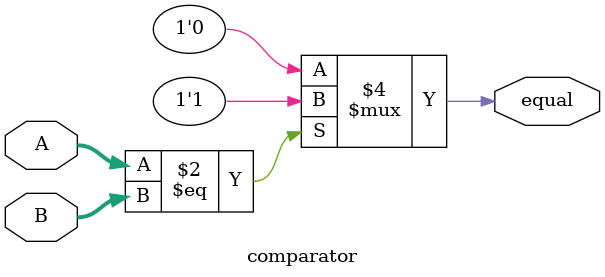
<source format=v>

module register (q,d,clk,rst);
   input [31:0] d;
   input 	clk, rst;
   output [31:0] q;
   //
   reg [31:0] q;
   always @ (posedge clk)
     if (rst) 
      q <= 0; 
    else 
      q <= d;
endmodule // register

//Behavioral model of 32-bit adder.
module adder (s,a,b);
   input [31:0] a,b;
   output [31:0] s;
   reg [31:0] 	 s;
   //
   always @ (a or b)
     s = a + b;
endmodule // adder

//Behavioral model of Read Only Memory:
// 32-bit wide, 1024 words deep,
// asynchronous read-port,
// initialize from file on positive
// edge of reset signal, by reading
// contents of "text.dat" interpreted
// as hex.
//
module rom (data,address,rst);
   input rst;
   input [31:0] address;
   output [31:0] data;
   reg [31:0] data;
   
   reg [31:0] programMemoryArray [0:1023];
   always @ (posedge rst)
     $readmemh("text.dat", programMemoryArray);
   always @ (address)
     data = programMemoryArray[address[11:2]];
endmodule // rom

//Behavioral model of Random Access Memory:
// 32-bit wide, 1024 words deep,
// synchronous write-port if WR=1,
// initialize from hex file ("data.dat") on positive
// edge of reset signal.
//
module ram (readData,address,writeData,clk,rst,wr);
   input clk, rst, wr;
   input [31:0] address, writeData;
   output [31:0] readData;
   reg [31:0] readData;
   //
   reg [31:0] memArray [0:1023];
   reg dirty;
   always @ (posedge rst)
     $readmemh("data.dat", memArray);
   always @ (posedge clk)
     if (wr)
	 begin
		memArray[address[11:2]] = writeData;
        dirty = 1'b1;
	 end
   always @ (address or dirty)
	 begin
		readData = memArray[address[11:2]];
		dirty = 0;
	 end
endmodule // ram

//Behavioral model of 32-bit wide 2-to-1 multiplexor.
module mux32 (out,in0,in1,select);
   input [31:0] in0,in1;
   input select;
   output [31:0] out;
   //
   reg [31:0] out;
   always @ (in0 or in1 or select)
     if (select) out=in1;
     else out=in0;
endmodule // mux32

//Behavioral model of 5-bit wide 2-to-1 multiplexor.
module mux5 (out,in0,in1,select);
   input [4:0] in0,in1;
   input select;
   output [4:0] out;
   //
   reg [4:0] out;
   always @ (in0 or in1 or select)
     if (select) out=in1;
     else out=in0;
endmodule // mux5

//Behavioral model of register file:
// 32-bit wide, 32 words deep,
// two asynchronous read-ports,
// one synchronous write-port.
//
module registerFile (clk,readData1,readAddress1,readData2,readAddress2,writeData,writeEnable,writeAddress);
   input clk, writeEnable;
   input [4:0] writeAddress, readAddress1, readAddress2;
   input [31:0] writeData;
   output [31:0] readData1, readData2;
   reg [31:0] readData1, readData2;
   //
   reg [31:0] array [0:31];
   reg 	      dirty1, dirty2;
   always @ (posedge clk)
     if (writeEnable)
        if (writeAddress!=4'h0) 
        begin
            array[writeAddress] = writeData;
            dirty1=1'b1;
            dirty2=1'b1;
        end
   always @ (readAddress1 or dirty1) 
     begin
		readData1 = array[readAddress1];
		dirty1=0;
     end
   always @ (readAddress2 or dirty2)
     begin
		readData2 = array[readAddress2];
		dirty2=0;
     end
   initial
     array[0]=0;
endmodule // registerFile

//Sign extender from 16- to 32-bits.
module signExtender (ExtOp,in,out);
   input [15:0]  in;
   input ExtOp;
   output [31:0] out;
   reg [31:0] 	 out;

   always @ (in)
		if(ExtOp)
		 out = {in[15],in[15],in[15],in[15],in[15],in[15],in[15],in[15],
				in[15],in[15],in[15],in[15],in[15],in[15],in[15],in[15],
				in[15:0] };
		else
		 out = { 16'b0, in[15:0] };
endmodule // signExtender

//Behavioral model of ALU:
// 8 functions and "zero" flag,
// A is top input, B is bottom
//
module alu (control,A,B,result,z);
   input [31:0] A, B;
   input [2:0] control;
   output z;
   output [31:0] result;
   reg z;
   reg [31:0] result;
   
   always @ (A or B or control)
     begin
		case (control)
		  3'b000: // add
			result=A+B;
		  3'b001: // subtract
			result=A-B;
		  3'b010: // OR
			result=A|B;
		  3'b011: // NOR
			result=~(A|B);
		  3'b100: // AND
			result=A&B;
		endcase // case(control)
		z = (result==0) ? 1'b1 : 1'b0;
     end // always @ (A or B or control)
endmodule // alu

module comparator (A,B,equal);
   input [31:0] A, B;
   output equal;
   reg equal;
 
   always @ (A or B)
		if(A == B)
			equal = 1;
		else
			equal = 0;
endmodule // comparator
</source>
